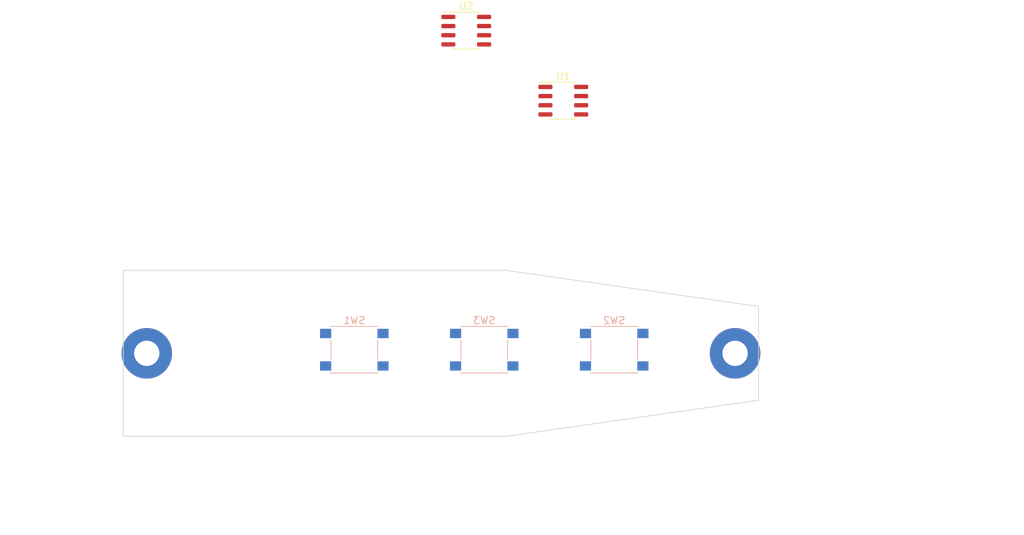
<source format=kicad_pcb>
(kicad_pcb (version 20211014) (generator pcbnew)
  (layers (0 "F.Cu" signal) (31 "B.Cu" signal) (34 "B.Paste" user) (35 "F.Paste" user) (36 "B.SilkS" user "B.Silkscreen") (37 "F.SilkS" user "F.Silkscreen") (38 "B.Mask" user) (39 "F.Mask" user) (44 "Edge.Cuts" user))
  (net 0 "")
  (net 1 "+5V")
  (net 2 "GND")
  (net 5 "Net-(U1-Pad8)")
  (net 6 "/MOT_PWM")
  (net 7 "/LED_PWR")
  (net 8 "/~{MCLR}")
  (net 9 "/DOWN_BTN")
  (net 10 "/UP_BTN")
  (net 11 "/PWR_BTN")
  (footprint "" (layer "F.Cu") (at 119 83)
    (fp_text reference "" (at 0 0) (layer "F.SilkS") (effects (font (size 1.27 1.27))))
    (fp_text value "" (at 0 0) (layer "F.SilkS") (effects (font (size 1.27 1.27))))
    (pad "" np_thru_hole circle (at 0 0) (size 2.2 2.2) (drill 2.2) (layers F&B.Cu *.Mask))
  )
  (footprint "Package_SO:SOIC-8_3.9x4.9mm_P1.27mm" (layer "F.Cu") (at 100.95 53.5)
    (fp_text reference "U1" (at 0 -3.4) (layer "F.SilkS"))
    (fp_text value "L78L05_SO8")
    (fp_line (start 0 2.56) (end -1.95 2.56) (layer "F.SilkS") (width 0.12))
    (fp_line (start 0 -2.56) (end 1.95 -2.56) (layer "F.SilkS") (width 0.12))
    (fp_line (start 0 2.56) (end 1.95 2.56) (layer "F.SilkS") (width 0.12))
    (fp_line (start 0 -2.56) (end -3.45 -2.56) (layer "F.SilkS") (width 0.12))
    (pad "1" smd roundrect (at -2.475 -1.905) (size 1.95 0.6) (layers "F.Cu" "F.Paste" "F.Mask") (net 1 "+5V"))
    (pad "2" smd roundrect (at -2.475 -0.635) (size 1.95 0.6) (layers "F.Cu" "F.Paste" "F.Mask") (net 2 "GND"))
    (pad "3" smd roundrect (at -2.475 0.635) (size 1.95 0.6) (layers "F.Cu" "F.Paste" "F.Mask") (net 2 "GND"))
    (pad "4" smd roundrect (at -2.475 1.905) (size 1.95 0.6) (layers "F.Cu" "F.Paste" "F.Mask"))
    (pad "5" smd roundrect (at 2.475 1.905) (size 1.95 0.6) (layers "F.Cu" "F.Paste" "F.Mask"))
    (pad "6" smd roundrect (at 2.475 0.635) (size 1.95 0.6) (layers "F.Cu" "F.Paste" "F.Mask") (net 2 "GND"))
    (pad "7" smd roundrect (at 2.475 -0.635) (size 1.95 0.6) (layers "F.Cu" "F.Paste" "F.Mask") (net 2 "GND"))
    (pad "8" smd roundrect (at 2.475 -1.905) (size 1.95 0.6) (layers "F.Cu" "F.Paste" "F.Mask") (net 5 "Net-(U1-Pad8)"))
  )
  (footprint "MountingHole:MountingHole_3.5mm_Pad_TopBottom" (layer "F.Cu") (at 124.75 88.5)
    (fp_text reference "H1" hide)
    (fp_text value "M3")
    (pad "1" thru_hole circle (at 0 0) (size 3.9 3.9) (drill 3.5) (layers *.Cu *.Mask))
    (pad "1" connect circle (at 0 0) (size 7 7) (layers "F.Cu" "F.Mask"))
    (pad "1" connect circle (at 0 0) (size 7 7) (layers "B.Cu" "B.Mask"))
  )
  (footprint "MountingHole:MountingHole_3.5mm_Pad_TopBottom" (layer "F.Cu") (at 43.25 88.5)
    (fp_text reference "H2" hide)
    (fp_text value "M3")
    (pad "1" connect circle (at 0 0) (size 7 7) (layers "B.Cu" "B.Mask"))
    (pad "1" connect circle (at 0 0) (size 7 7) (layers "F.Cu" "F.Mask"))
    (pad "1" thru_hole circle (at 0 0) (size 3.9 3.9) (drill 3.5) (layers *.Cu *.Mask))
  )
  (footprint "MountingHole:MountingHole_2.1mm" (layer "F.Cu") (at 55 94.5)
    (fp_text reference "REF**" hide)
    (fp_text value "MountingHole_2.1mm" hide)
    (pad "" np_thru_hole circle (at 0 0) (size 2.2 2.2) (drill 2.2) (layers F&B.Cu *.Mask))
  )
  (footprint "Package_SO:SOIC-8_3.9x4.9mm_P1.27mm" (layer "F.Cu") (at 87.5 43.8)
    (fp_text reference "U2" (at 0 -3.4) (layer "F.SilkS"))
    (fp_text value "PIC12F1501-IMS")
    (fp_line (start 0 -2.56) (end -3.45 -2.56) (layer "F.SilkS") (width 0.12))
    (fp_line (start 0 2.56) (end 1.95 2.56) (layer "F.SilkS") (width 0.12))
    (fp_line (start 0 2.56) (end -1.95 2.56) (layer "F.SilkS") (width 0.12))
    (fp_line (start 0 -2.56) (end 1.95 -2.56) (layer "F.SilkS") (width 0.12))
    (pad "1" smd roundrect (at -2.475 -1.905) (size 1.95 0.6) (layers "F.Cu" "F.Paste" "F.Mask") (net 1 "+5V"))
    (pad "2" smd roundrect (at -2.475 -0.635) (size 1.95 0.6) (layers "F.Cu" "F.Paste" "F.Mask") (net 6 "/MOT_PWM"))
    (pad "3" smd roundrect (at -2.475 0.635) (size 1.95 0.6) (layers "F.Cu" "F.Paste" "F.Mask") (net 7 "/LED_PWR"))
    (pad "4" smd roundrect (at -2.475 1.905) (size 1.95 0.6) (layers "F.Cu" "F.Paste" "F.Mask") (net 8 "/~{MCLR}"))
    (pad "5" smd roundrect (at 2.475 1.905) (size 1.95 0.6) (layers "F.Cu" "F.Paste" "F.Mask") (net 9 "/DOWN_BTN"))
    (pad "6" smd roundrect (at 2.475 0.635) (size 1.95 0.6) (layers "F.Cu" "F.Paste" "F.Mask") (net 10 "/UP_BTN"))
    (pad "7" smd roundrect (at 2.475 -0.635) (size 1.95 0.6) (layers "F.Cu" "F.Paste" "F.Mask") (net 11 "/PWR_BTN"))
    (pad "8" smd roundrect (at 2.475 -1.905) (size 1.95 0.6) (layers "F.Cu" "F.Paste" "F.Mask") (net 2 "GND"))
  )
  (footprint "MountingHole:MountingHole_2.1mm" (layer "F.Cu") (at 55 82.5)
    (fp_text reference "REF**" hide)
    (fp_text value "MountingHole_2.1mm" hide)
    (pad "" np_thru_hole circle (at 0 0) (size 2.2 2.2) (drill 2.2) (layers F&B.Cu *.Mask))
  )
  (footprint "" (layer "F.Cu") (at 119 94)
    (fp_text reference "" (at 0 0) (layer "F.SilkS") (effects (font (size 1.27 1.27))))
    (fp_text value "" (at 0 0) (layer "F.SilkS") (effects (font (size 1.27 1.27))))
    (pad "" np_thru_hole circle (at 0 0) (size 2.2 2.2) (drill 2.2) (layers F&B.Cu *.Mask))
  )
  (footprint "Button_Switch_SMD:SW_Push_1P1T_NO_6x6mm_H9.5mm" (layer "B.Cu") (at 108 88 180)
    (fp_text reference "SW2" (at 0 4.05) (layer "B.SilkS") (effects (justify mirror)))
    (fp_text value "SW_Push")
    (fp_line (start -3.23 -3.23) (end -3.23 -3.2) (layer "B.SilkS") (width 0.12))
    (fp_line (start -3.23 -3.23) (end 3.23 -3.23) (layer "B.SilkS") (width 0.12))
    (fp_line (start -3.23 3.23) (end 3.23 3.23) (layer "B.SilkS") (width 0.12))
    (fp_line (start 3.23 1.3) (end 3.23 -1.3) (layer "B.SilkS") (width 0.12))
    (fp_line (start 3.23 -3.23) (end 3.23 -3.2) (layer "B.SilkS") (width 0.12))
    (fp_line (start -3.23 3.2) (end -3.23 3.23) (layer "B.SilkS") (width 0.12))
    (fp_line (start 3.23 3.23) (end 3.23 3.2) (layer "B.SilkS") (width 0.12))
    (fp_line (start -3.23 1.3) (end -3.23 -1.3) (layer "B.SilkS") (width 0.12))
    (pad "1" smd rect (at 3.975 2.25 180) (size 1.55 1.3) (layers "B.Cu" "B.Paste" "B.Mask") (net 10 "/UP_BTN"))
    (pad "1" smd rect (at -3.975 2.25 180) (size 1.55 1.3) (layers "B.Cu" "B.Paste" "B.Mask") (net 10 "/UP_BTN"))
    (pad "2" smd rect (at -3.975 -2.25 180) (size 1.55 1.3) (layers "B.Cu" "B.Paste" "B.Mask") (net 2 "GND"))
    (pad "2" smd rect (at 3.975 -2.25 180) (size 1.55 1.3) (layers "B.Cu" "B.Paste" "B.Mask") (net 2 "GND"))
  )
  (footprint "Button_Switch_SMD:SW_Push_1P1T_NO_6x6mm_H9.5mm" (layer "B.Cu") (at 72 88 180)
    (fp_text reference "SW1" (at 0 4.05) (layer "B.SilkS") (effects (justify mirror)))
    (fp_text value "SW_Push")
    (fp_line (start -3.23 1.3) (end -3.23 -1.3) (layer "B.SilkS") (width 0.12))
    (fp_line (start -3.23 3.23) (end 3.23 3.23) (layer "B.SilkS") (width 0.12))
    (fp_line (start 3.23 -3.23) (end 3.23 -3.2) (layer "B.SilkS") (width 0.12))
    (fp_line (start -3.23 -3.23) (end 3.23 -3.23) (layer "B.SilkS") (width 0.12))
    (fp_line (start -3.23 3.2) (end -3.23 3.23) (layer "B.SilkS") (width 0.12))
    (fp_line (start 3.23 3.23) (end 3.23 3.2) (layer "B.SilkS") (width 0.12))
    (fp_line (start -3.23 -3.23) (end -3.23 -3.2) (layer "B.SilkS") (width 0.12))
    (fp_line (start 3.23 1.3) (end 3.23 -1.3) (layer "B.SilkS") (width 0.12))
    (pad "1" smd rect (at 3.975 2.25 180) (size 1.55 1.3) (layers "B.Cu" "B.Paste" "B.Mask") (net 11 "/PWR_BTN"))
    (pad "1" smd rect (at -3.975 2.25 180) (size 1.55 1.3) (layers "B.Cu" "B.Paste" "B.Mask") (net 11 "/PWR_BTN"))
    (pad "2" smd rect (at 3.975 -2.25 180) (size 1.55 1.3) (layers "B.Cu" "B.Paste" "B.Mask") (net 2 "GND"))
    (pad "2" smd rect (at -3.975 -2.25 180) (size 1.55 1.3) (layers "B.Cu" "B.Paste" "B.Mask") (net 2 "GND"))
  )
  (footprint "Button_Switch_SMD:SW_Push_1P1T_NO_6x6mm_H9.5mm" (layer "B.Cu") (at 90 88 180)
    (fp_text reference "SW3" (at 0 4.05) (layer "B.SilkS") (effects (justify mirror)))
    (fp_text value "SW_Push")
    (fp_line (start -3.23 3.23) (end 3.23 3.23) (layer "B.SilkS") (width 0.12))
    (fp_line (start 3.23 3.23) (end 3.23 3.2) (layer "B.SilkS") (width 0.12))
    (fp_line (start -3.23 -3.23) (end 3.23 -3.23) (layer "B.SilkS") (width 0.12))
    (fp_line (start -3.23 1.3) (end -3.23 -1.3) (layer "B.SilkS") (width 0.12))
    (fp_line (start 3.23 -3.23) (end 3.23 -3.2) (layer "B.SilkS") (width 0.12))
    (fp_line (start -3.23 3.2) (end -3.23 3.23) (layer "B.SilkS") (width 0.12))
    (fp_line (start -3.23 -3.23) (end -3.23 -3.2) (layer "B.SilkS") (width 0.12))
    (fp_line (start 3.23 1.3) (end 3.23 -1.3) (layer "B.SilkS") (width 0.12))
    (pad "1" smd rect (at -3.975 2.25 180) (size 1.55 1.3) (layers "B.Cu" "B.Paste" "B.Mask") (net 9 "/DOWN_BTN"))
    (pad "1" smd rect (at 3.975 2.25 180) (size 1.55 1.3) (layers "B.Cu" "B.Paste" "B.Mask") (net 9 "/DOWN_BTN"))
    (pad "2" smd rect (at 3.975 -2.25 180) (size 1.55 1.3) (layers "B.Cu" "B.Paste" "B.Mask") (net 2 "GND"))
    (pad "2" smd rect (at -3.975 -2.25 180) (size 1.55 1.3) (layers "B.Cu" "B.Paste" "B.Mask") (net 2 "GND"))
  )
  (gr_line locked (start 128 82) (end 128 95) (layer "Edge.Cuts") (width 0.1))
  (gr_line locked (start 128 95) (end 93 100) (layer "Edge.Cuts") (width 0.1))
  (gr_line locked (start 93 77) (end 128 82) (layer "Edge.Cuts") (width 0.1))
  (gr_line locked (start 93 100) (end 40 100) (layer "Edge.Cuts") (width 0.1))
  (gr_line locked (start 40 77) (end 93 77) (layer "Edge.Cuts") (width 0.1))
  (gr_line locked (start 40 100) (end 40 77) (layer "Edge.Cuts") (width 0.1))
)
</source>
